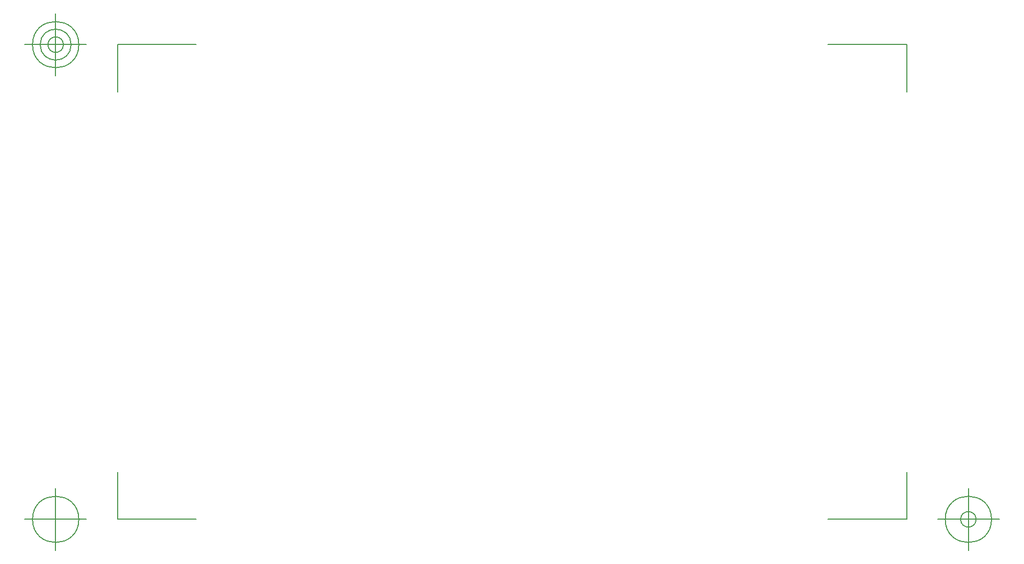
<source format=gbr>
G04 Generated by Ultiboard 12.0 *
%FSLAX25Y25*%
%MOIN*%

%ADD10C,0.00001*%
%ADD11C,0.00500*%


G04 ColorRGB 009966 for the following layer *
%LNPaste Mask Bottom*%
%LPD*%
G54D10*
G54D11*
X-1500Y-1500D02*
X-1500Y28800D01*
X-1500Y-1500D02*
X48800Y-1500D01*
X501500Y-1500D02*
X451200Y-1500D01*
X501500Y-1500D02*
X501500Y28800D01*
X501500Y301500D02*
X501500Y271200D01*
X501500Y301500D02*
X451200Y301500D01*
X-1500Y301500D02*
X48800Y301500D01*
X-1500Y301500D02*
X-1500Y271200D01*
X-21185Y-1500D02*
X-60555Y-1500D01*
X-40870Y-21185D02*
X-40870Y18185D01*
X-55634Y-1500D02*
G75*
D01*
G02X-55634Y-1500I14764J0*
G01*
X521185Y-1500D02*
X560555Y-1500D01*
X540870Y-21185D02*
X540870Y18185D01*
X526106Y-1500D02*
G75*
D01*
G02X526106Y-1500I14764J0*
G01*
X535949Y-1500D02*
G75*
D01*
G02X535949Y-1500I4921J0*
G01*
X-21185Y301500D02*
X-60555Y301500D01*
X-40870Y281815D02*
X-40870Y321185D01*
X-55634Y301500D02*
G75*
D01*
G02X-55634Y301500I14764J0*
G01*
X-50713Y301500D02*
G75*
D01*
G02X-50713Y301500I9843J0*
G01*
X-45791Y301500D02*
G75*
D01*
G02X-45791Y301500I4921J0*
G01*

M00*

</source>
